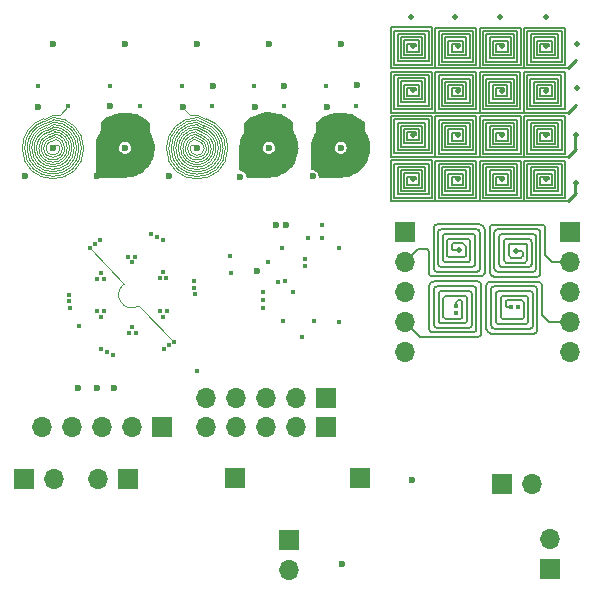
<source format=gbr>
%TF.GenerationSoftware,KiCad,Pcbnew,8.0.3*%
%TF.CreationDate,2024-07-16T20:49:30+03:00*%
%TF.ProjectId,PCBcoil,50434263-6f69-46c2-9e6b-696361645f70,rev?*%
%TF.SameCoordinates,Original*%
%TF.FileFunction,Copper,L7,Inr*%
%TF.FilePolarity,Positive*%
%FSLAX46Y46*%
G04 Gerber Fmt 4.6, Leading zero omitted, Abs format (unit mm)*
G04 Created by KiCad (PCBNEW 8.0.3) date 2024-07-16 20:49:30*
%MOMM*%
%LPD*%
G01*
G04 APERTURE LIST*
%TA.AperFunction,Conductor*%
%ADD10C,0.100000*%
%TD*%
%TA.AperFunction,ComponentPad*%
%ADD11R,1.700000X1.700000*%
%TD*%
%TA.AperFunction,ComponentPad*%
%ADD12O,1.700000X1.700000*%
%TD*%
%TA.AperFunction,ViaPad*%
%ADD13C,0.600000*%
%TD*%
%TA.AperFunction,ViaPad*%
%ADD14C,0.400000*%
%TD*%
%TA.AperFunction,ViaPad*%
%ADD15C,0.500000*%
%TD*%
%TA.AperFunction,Conductor*%
%ADD16C,0.130000*%
%TD*%
%TA.AperFunction,Conductor*%
%ADD17C,0.250000*%
%TD*%
%TA.AperFunction,Conductor*%
%ADD18C,0.200000*%
%TD*%
G04 APERTURE END LIST*
D10*
%TO.N,unconnected-(U2-SENSEU-Pad4)*%
X108308463Y-91149122D02*
G75*
G02*
X109335966Y-89961444I1200137J22D01*
G01*
X94908699Y-91131875D02*
G75*
G02*
X96584596Y-88843713I2399901J75D01*
G01*
X110708719Y-91174122D02*
G75*
G02*
X108308418Y-91149122I-1200019J25122D01*
G01*
%TO.N,Net-(D1B-K)*%
X103340454Y-102642698D02*
X100413404Y-99573388D01*
%TO.N,unconnected-(U2-SENSEU-Pad4)*%
X95908699Y-91131875D02*
G75*
G02*
X96886313Y-89797137I1400001J-25D01*
G01*
X110508719Y-91149122D02*
G75*
G02*
X108508719Y-91149122I-1000000J0D01*
G01*
X97308699Y-89131875D02*
G75*
G02*
X99308725Y-91131875I-99J-2000125D01*
G01*
X97512653Y-90152894D02*
G75*
G02*
X98308645Y-91131875I-204053J-979006D01*
G01*
X107708719Y-91149122D02*
G75*
G02*
X109508718Y-89349119I1800081J-78D01*
G01*
X109991453Y-89623684D02*
G75*
G02*
X111108727Y-91149122I-482553J-1525316D01*
G01*
X97308700Y-89331875D02*
G75*
G02*
X99108725Y-91131875I-100J-1800125D01*
G01*
X109689744Y-90577084D02*
G75*
G02*
X110108778Y-91149122I-181044J-572116D01*
G01*
X96825965Y-89606437D02*
X97308700Y-89331875D01*
X109508718Y-89349122D02*
X109991453Y-89623684D01*
X107308719Y-91149122D02*
G75*
G02*
X109508719Y-88949119I2199981J22D01*
G01*
X110051795Y-89433002D02*
X109508719Y-89149122D01*
X96108699Y-91156875D02*
G75*
G02*
X96946576Y-89987569I1200001J24975D01*
G01*
X97375308Y-89533266D02*
G75*
G02*
X98908725Y-91131875I-66708J-1598734D01*
G01*
X109810428Y-90195722D02*
G75*
G02*
X110508780Y-91149122I-301728J-953478D01*
G01*
X97308699Y-89131875D02*
X96765623Y-89415755D01*
X96708699Y-91131875D02*
G75*
G02*
X97127680Y-90559857I600001J-25D01*
G01*
X99908699Y-91131875D02*
G75*
G02*
X94708699Y-91131875I-2600000J0D01*
G01*
X107908723Y-91149122D02*
G75*
G02*
X109442110Y-89550509I1599977J22D01*
G01*
X110232821Y-88860962D02*
X109508719Y-88549122D01*
X97512653Y-90152894D02*
X97067332Y-90369155D01*
X109870848Y-90004796D02*
X109380036Y-89755052D01*
X98708695Y-91131875D02*
G75*
G02*
X95908699Y-91131875I-1399998J-1D01*
G01*
X110051795Y-89433002D02*
G75*
G02*
X111308729Y-91149122I-542895J-1715998D01*
G01*
X109750086Y-90386402D02*
X109304765Y-90170141D01*
X96308699Y-91131875D02*
G75*
G02*
X97006997Y-90178497I1000001J-25D01*
G01*
X95508699Y-91131875D02*
G75*
G02*
X96765622Y-89415753I1799901J75D01*
G01*
X98108699Y-91131875D02*
G75*
G02*
X96508699Y-91131875I-800000J0D01*
G01*
X97375308Y-89533266D02*
X96886307Y-89797117D01*
X108108723Y-91149122D02*
G75*
G02*
X109380036Y-89755048I1399977J22D01*
G01*
X110172479Y-89051642D02*
G75*
G02*
X111708780Y-91149122I-663779J-2097558D01*
G01*
X109689744Y-90577084D02*
X109273450Y-90384499D01*
X98908695Y-91131875D02*
G75*
G02*
X95708699Y-91131875I-1599998J-1D01*
G01*
X97543968Y-90367252D02*
G75*
G02*
X98108748Y-91131875I-235368J-764748D01*
G01*
X111708719Y-91149122D02*
G75*
G02*
X107308719Y-91149122I-2200000J0D01*
G01*
X99308699Y-91131875D02*
G75*
G02*
X95308699Y-91131875I-2000000J0D01*
G01*
X95708699Y-91131875D02*
G75*
G02*
X96825971Y-89606457I1600001J-25D01*
G01*
X110308719Y-91149122D02*
G75*
G02*
X108708719Y-91149122I-800000J0D01*
G01*
X97308699Y-88531875D02*
X96584597Y-88843715D01*
X106908719Y-91149122D02*
G75*
G02*
X109508719Y-88549119I2599981J22D01*
G01*
X97908699Y-91131875D02*
G75*
G02*
X96708699Y-91131875I-600000J0D01*
G01*
X97437382Y-89737805D02*
G75*
G02*
X98708730Y-91131875I-128782J-1394195D01*
G01*
X97308699Y-88931875D02*
X96705281Y-89225075D01*
X97308699Y-88331875D02*
X96524255Y-88653035D01*
X109931111Y-89814364D02*
X109442110Y-89550513D01*
%TO.N,Net-(D1B-K)*%
X107593404Y-107533388D02*
X104564139Y-104517733D01*
%TO.N,unconnected-(U2-SENSEU-Pad4)*%
X97481464Y-89944118D02*
G75*
G02*
X98508994Y-91131875I-172864J-1187882D01*
G01*
X109750086Y-90386402D02*
G75*
G02*
X110308729Y-91149122I-241186J-762598D01*
G01*
X97308699Y-88931875D02*
G75*
G02*
X99508725Y-91131875I-99J-2200125D01*
G01*
X110108719Y-91149122D02*
G75*
G02*
X108908719Y-91149122I-600000J0D01*
G01*
X111108719Y-91149122D02*
G75*
G02*
X107908723Y-91149122I-1599998J-1D01*
G01*
X112108719Y-91149122D02*
G75*
G02*
X106908719Y-91149122I-2600000J0D01*
G01*
X111508719Y-91149122D02*
G75*
G02*
X107508719Y-91149122I-2000000J0D01*
G01*
X108708719Y-91149122D02*
G75*
G02*
X109273455Y-90384516I800081J-78D01*
G01*
X97437382Y-89737805D02*
X96946570Y-89987549D01*
X108508719Y-91149122D02*
G75*
G02*
X109304780Y-90170213I999881J22D01*
G01*
X98508955Y-91131875D02*
G75*
G02*
X96108705Y-91156875I-1200255J-25D01*
G01*
X95308699Y-91131875D02*
G75*
G02*
X96705288Y-89225097I2000001J-25D01*
G01*
X98308699Y-91131875D02*
G75*
G02*
X96308699Y-91131875I-1000000J0D01*
G01*
X111908719Y-91149122D02*
G75*
G02*
X107108719Y-91149122I-2400000J0D01*
G01*
X110112137Y-89242322D02*
G75*
G02*
X111508780Y-91149122I-603437J-1906878D01*
G01*
X95108699Y-91131875D02*
G75*
G02*
X96644946Y-89034417I2200001J-25D01*
G01*
%TO.N,Net-(D1B-K)*%
X104564139Y-104517733D02*
G75*
G02*
X103340429Y-102642664I-570639J964433D01*
G01*
%TO.N,unconnected-(U2-SENSEU-Pad4)*%
X110293163Y-88670282D02*
G75*
G02*
X112108729Y-91149122I-784263J-2478718D01*
G01*
X110232821Y-88860962D02*
G75*
G02*
X111908729Y-91149122I-723921J-2288038D01*
G01*
X97308699Y-88531875D02*
G75*
G02*
X99908725Y-91131875I-99J-2600125D01*
G01*
X99108699Y-91131875D02*
G75*
G02*
X95508699Y-91131875I-1800000J0D01*
G01*
X99708699Y-91131875D02*
G75*
G02*
X94908699Y-91131875I-2400000J0D01*
G01*
X111308719Y-91149122D02*
G75*
G02*
X107708719Y-91149122I-1800000J0D01*
G01*
X107108719Y-91149122D02*
G75*
G02*
X109508719Y-88749119I2400081J-78D01*
G01*
X97481464Y-89944118D02*
X97006990Y-90178475D01*
X110293163Y-88670282D02*
X109508719Y-88349122D01*
X109810428Y-90195722D02*
X109335954Y-89961365D01*
X97308699Y-88731875D02*
X96644939Y-89034395D01*
X94708699Y-91131875D02*
G75*
G02*
X96524254Y-88653033I2599901J75D01*
G01*
X97308699Y-88731875D02*
G75*
G02*
X99708725Y-91131875I-99J-2400125D01*
G01*
X110172479Y-89051642D02*
X109508719Y-88749122D01*
X107508719Y-91149122D02*
G75*
G02*
X109508719Y-89149119I1999981J22D01*
G01*
X96508699Y-91131875D02*
G75*
G02*
X97067339Y-90369177I800001J-25D01*
G01*
X110908719Y-91149122D02*
G75*
G02*
X108108723Y-91149122I-1399998J-1D01*
G01*
X110112137Y-89242322D02*
X109508719Y-88949122D01*
X109931111Y-89814364D02*
G75*
G02*
X110908727Y-91149122I-422211J-1334636D01*
G01*
X99508699Y-91131875D02*
G75*
G02*
X95108699Y-91131875I-2200000J0D01*
G01*
X109870848Y-90004796D02*
G75*
G02*
X110708779Y-91174123I-362148J-1144404D01*
G01*
X97543968Y-90367252D02*
X97127674Y-90559837D01*
%TD*%
D11*
%TO.N,N/C*%
%TO.C,REF\u002A\u002A*%
X141075000Y-98247500D03*
D12*
X141075000Y-100787500D03*
%TO.N,Net-(D1C-K)*%
X141075000Y-103327500D03*
X141075000Y-105867500D03*
X141075000Y-108407500D03*
%TD*%
D11*
%TO.N,+5V*%
%TO.C,REF\u002A\u002A*%
X139405000Y-126750000D03*
D12*
%TO.N,GND2*%
X139405000Y-124210000D03*
%TD*%
D11*
%TO.N,EN*%
%TO.C,REF\u002A\u002A*%
X120382500Y-114787500D03*
D12*
%TO.N,FAULT*%
X117842500Y-114787500D03*
%TO.N,STBY*%
X115302500Y-114787500D03*
%TO.N,~{SHDN}*%
X112762500Y-114787500D03*
%TO.N,EN_U*%
X110222500Y-114787500D03*
%TD*%
D11*
%TO.N,Net-(D10-K)*%
%TO.C,REF\u002A\u002A*%
X117305000Y-124305000D03*
D12*
%TO.N,Net-(D7-A)*%
X117305000Y-126845000D03*
%TD*%
D11*
%TO.N,N/C*%
%TO.C,REF\u002A\u002A*%
X127075000Y-98247500D03*
D12*
X127075000Y-100787500D03*
%TO.N,Net-(D1C-K)*%
X127075000Y-103327500D03*
X127075000Y-105867500D03*
X127075000Y-108407500D03*
%TD*%
D11*
%TO.N,Net-(Q3-C)*%
%TO.C,REF\u002A\u002A*%
X94870000Y-119145000D03*
D12*
%TO.N,+9V*%
X97410000Y-119145000D03*
%TD*%
D11*
%TO.N,Net-(C14-Pad1)*%
%TO.C,REF\u002A\u002A*%
X112735000Y-119105000D03*
%TD*%
%TO.N,Net-(C16-Pad1)*%
%TO.C,REF\u002A\u002A*%
X103640000Y-119145000D03*
D12*
%TO.N,+9V*%
X101100000Y-119145000D03*
%TD*%
D11*
%TO.N,3.3V*%
%TO.C,REF\u002A\u002A*%
X135325000Y-119578750D03*
D12*
%TO.N,Net-(Q1-C)*%
X137865000Y-119578750D03*
%TD*%
D11*
%TO.N,IN_W*%
%TO.C,REF\u002A\u002A*%
X120382500Y-112257500D03*
D12*
%TO.N,EN_W*%
X117842500Y-112257500D03*
%TO.N,IN_V*%
X115302500Y-112257500D03*
%TO.N,EN_V*%
X112762500Y-112257500D03*
%TO.N,IN_U*%
X110222500Y-112257500D03*
%TD*%
D11*
%TO.N,Net-(D3-A)*%
%TO.C,REF\u002A\u002A*%
X123315000Y-119095000D03*
%TD*%
%TO.N,GND*%
%TO.C,REF\u002A\u002A*%
X106522500Y-114777500D03*
D12*
%TO.N,Net-(J1-Pin_1)*%
X103982500Y-114777500D03*
%TO.N,Net-(J1-Pin_2)*%
X101442500Y-114777500D03*
%TO.N,Net-(J1-Pin_3)*%
X98902500Y-114777500D03*
%TO.N,3.3V*%
X96362500Y-114777500D03*
%TD*%
D13*
%TO.N,GND4*%
X94960000Y-93515000D03*
X101010000Y-93465000D03*
D14*
%TO.N,*%
X103688404Y-100322069D03*
X106944733Y-104901444D03*
D15*
X127617276Y-80044006D03*
D14*
X104028404Y-106298388D03*
D15*
X135317276Y-86274006D03*
D14*
X106402701Y-104900271D03*
D15*
X127817276Y-86249006D03*
D14*
X102347562Y-108645750D03*
D15*
X127829776Y-82499006D03*
D14*
X101311917Y-98959856D03*
X103718404Y-106758388D03*
D15*
X131377276Y-80044006D03*
X131650000Y-99802500D03*
D14*
X100406636Y-99578401D03*
D15*
X141585000Y-90065000D03*
D14*
X101350722Y-105411354D03*
D15*
X141645000Y-86065000D03*
D14*
X107595155Y-107529603D03*
X101069382Y-104904060D03*
D15*
X131567276Y-86274006D03*
D14*
X106132373Y-98676072D03*
X100853567Y-99267023D03*
X109229661Y-102410718D03*
X98666423Y-103567288D03*
D15*
X131579776Y-93774006D03*
D14*
X103958404Y-100792069D03*
D15*
X141655000Y-82335000D03*
D14*
X101057058Y-102206561D03*
D15*
X135329776Y-90024006D03*
X139067276Y-86274006D03*
X131579776Y-82524006D03*
D14*
X109312696Y-103503987D03*
D15*
X135329776Y-82524006D03*
D14*
X106628397Y-101659920D03*
X101359246Y-108171026D03*
X101854435Y-108414385D03*
X98749458Y-104660557D03*
X106909737Y-102167215D03*
X101599090Y-102207734D03*
D15*
X139079776Y-93774006D03*
D14*
X98703262Y-104117814D03*
D15*
X127829776Y-93749006D03*
D14*
X106627562Y-98919431D03*
D15*
X139079776Y-90024006D03*
D14*
X104268404Y-100332069D03*
X107148224Y-107840981D03*
D15*
X127829776Y-89999006D03*
D14*
X131408118Y-105098669D03*
X109275857Y-102953461D03*
D15*
X135329776Y-93774006D03*
D14*
X104298404Y-106768388D03*
D15*
X141575000Y-94055000D03*
D14*
X101355718Y-101709266D03*
X136669975Y-104627846D03*
X106356365Y-102128747D03*
X106689874Y-108148148D03*
D15*
X131579776Y-90024006D03*
X139037276Y-80034006D03*
D14*
X106646073Y-105398738D03*
X101622754Y-104942527D03*
D15*
X136475000Y-99827500D03*
X135187276Y-80054006D03*
D14*
X105625641Y-98415580D03*
D15*
X139079776Y-82524006D03*
D14*
%TO.N,GND*%
X109542500Y-109977500D03*
X115472500Y-100797500D03*
X121500000Y-99597500D03*
D13*
X113183698Y-93581875D03*
D14*
X116675641Y-99595580D03*
X112412500Y-101677500D03*
D13*
X119283698Y-93531875D03*
D14*
%TO.N,V_Mot<5V*%
X112332500Y-100237500D03*
X117662500Y-103337500D03*
%TO.N,Net-(D1C-K)*%
X131400288Y-104527500D03*
X115082500Y-104647500D03*
X136098806Y-104635676D03*
%TO.N,Net-(D1B-K)*%
X99535641Y-106185580D03*
X115072500Y-103997500D03*
%TO.N,Net-(D1A-K)*%
X115092500Y-103347500D03*
D13*
%TO.N,IN_W*%
X116222500Y-97657500D03*
D14*
%TO.N,EN_V*%
X118648195Y-101154508D03*
D13*
%TO.N,unconnected-(U2-SENSEU-Pad4)*%
X114435000Y-87655000D03*
D14*
X108230000Y-85847327D03*
D13*
X103415189Y-82332155D03*
X115583678Y-82331892D03*
X96045000Y-87655000D03*
D14*
X122948511Y-87606594D03*
D13*
X110855000Y-85925000D03*
X115588322Y-91121766D03*
X121669811Y-91122047D03*
X109494811Y-91122047D03*
X97326300Y-91122328D03*
D14*
X110773511Y-87606594D03*
D13*
X109508700Y-82331874D03*
D14*
X104698511Y-87606594D03*
X114305000Y-85847327D03*
D13*
X121677211Y-82331593D03*
X123055000Y-85825000D03*
D14*
X96055000Y-85847327D03*
X102136489Y-85847608D03*
D13*
X102135000Y-87615000D03*
X97333700Y-82331874D03*
X103419811Y-91122047D03*
X108295000Y-87625000D03*
X116845000Y-85845000D03*
D14*
X120398511Y-85847046D03*
X98605000Y-87606875D03*
X116867022Y-87606313D03*
D13*
X120485000Y-87625000D03*
D14*
%TO.N,EN_U*%
X116362500Y-102437500D03*
%TO.N,STBY*%
X118892500Y-98767500D03*
D13*
%TO.N,EN_W*%
X117032500Y-97667500D03*
D14*
%TO.N,IN_U*%
X116982500Y-102377500D03*
%TO.N,IN_V*%
X118672502Y-100554998D03*
%TO.N,EN*%
X120082500Y-97667500D03*
%TO.N,~{SHDN}*%
X118352500Y-107097500D03*
%TO.N,+5V*%
X121532500Y-105837500D03*
X116752500Y-105787500D03*
D13*
X114560454Y-101572698D03*
D14*
X120082500Y-98757500D03*
X119400000Y-105787500D03*
D13*
%TO.N,Net-(Q1-C)*%
X127732500Y-119278750D03*
%TO.N,Net-(D7-A)*%
X121777500Y-126387500D03*
%TO.N,Net-(J1-Pin_3)*%
X99450454Y-111452698D03*
%TO.N,Net-(J1-Pin_2)*%
X101020454Y-111452698D03*
%TO.N,Net-(J1-Pin_1)*%
X102510454Y-111482698D03*
%TO.N,GND4*%
X107108698Y-93481875D03*
%TD*%
D16*
%TO.N,*%
X132042276Y-93299006D02*
X132042276Y-94249006D01*
X129692276Y-92199006D02*
X133142276Y-92199006D01*
X137192276Y-84399006D02*
X133442276Y-84399006D01*
X129117276Y-91299006D02*
X126492276Y-91299006D01*
X128842276Y-83524006D02*
X126767276Y-83524006D01*
D17*
X140942276Y-91899006D02*
X141624776Y-91216506D01*
D16*
X126767276Y-89249006D02*
X128567276Y-89249006D01*
X133442276Y-84399006D02*
X133442276Y-80949006D01*
X126767276Y-81749006D02*
X128567276Y-81749006D01*
X137742276Y-95074006D02*
X137742276Y-92749006D01*
X139817276Y-90774006D02*
X138292276Y-90774006D01*
X134542276Y-82049006D02*
X135792276Y-82049006D01*
D18*
X134675000Y-101327500D02*
X134675000Y-98277500D01*
D16*
X136067276Y-94524006D02*
X134542276Y-94524006D01*
X132854776Y-87574006D02*
X130229776Y-87574006D01*
X128567276Y-94499006D02*
X127042276Y-94499006D01*
X129967276Y-91599006D02*
X129967276Y-88724006D01*
X138017276Y-83549006D02*
X138017276Y-81774006D01*
X128842276Y-92724006D02*
X128842276Y-94774006D01*
X137742276Y-88999006D02*
X140092276Y-88999006D01*
X132592276Y-92749006D02*
X132592276Y-94799006D01*
X133142276Y-91599006D02*
X129967276Y-91599006D01*
X132042276Y-82999006D02*
X131067276Y-82999006D01*
X131767276Y-93774006D02*
X131567276Y-93774006D01*
X133129776Y-87849006D02*
X129954776Y-87849006D01*
X128567276Y-92999006D02*
X128567276Y-94499006D01*
X136617276Y-95074006D02*
X133992276Y-95074006D01*
X138004776Y-87299006D02*
X138004776Y-85524006D01*
X134804776Y-86074006D02*
X135504776Y-86074006D01*
X127042276Y-94499006D02*
X127042276Y-93274006D01*
X133992276Y-91324006D02*
X133992276Y-88999006D01*
X140092276Y-94799006D02*
X138017276Y-94799006D01*
X130242276Y-95074006D02*
X130242276Y-92749006D01*
X139817276Y-89274006D02*
X139817276Y-90774006D01*
X132304776Y-87024006D02*
X130779776Y-87024006D01*
X129692276Y-91899006D02*
X129692276Y-88449006D01*
X136604776Y-87574006D02*
X133979776Y-87574006D01*
X127317276Y-82299006D02*
X128017276Y-82299006D01*
X128292276Y-82974006D02*
X127317276Y-82974006D01*
X131054776Y-86074006D02*
X131754776Y-86074006D01*
X135517276Y-90024006D02*
X135317276Y-90024006D01*
D17*
X140929776Y-88149006D02*
X141624776Y-87454006D01*
D16*
X138567276Y-89824006D02*
X139267276Y-89824006D01*
X129117276Y-88699006D02*
X129117276Y-91299006D01*
X128017276Y-82499006D02*
X127817276Y-82499006D01*
X140367276Y-83824006D02*
X137742276Y-83824006D01*
X131754776Y-86274006D02*
X131554776Y-86274006D01*
D18*
X129800000Y-97602500D02*
X133450000Y-97602500D01*
D16*
X136892276Y-92199006D02*
X136892276Y-95349006D01*
X140642276Y-88449006D02*
X140642276Y-91599006D01*
X126767276Y-91024006D02*
X126767276Y-89249006D01*
X132317276Y-89274006D02*
X132317276Y-90774006D01*
X136054776Y-87024006D02*
X134529776Y-87024006D01*
X140642276Y-95349006D02*
X137467276Y-95349006D01*
X125929776Y-84674006D02*
X129379776Y-84674006D01*
X133142276Y-84099006D02*
X129967276Y-84099006D01*
X139267276Y-82324006D02*
X139267276Y-82524006D01*
X136067276Y-90774006D02*
X134542276Y-90774006D01*
X131067276Y-89824006D02*
X131767276Y-89824006D01*
X139542276Y-94249006D02*
X138567276Y-94249006D01*
X135792276Y-93299006D02*
X135792276Y-94249006D01*
X140642276Y-84099006D02*
X137467276Y-84099006D01*
X129692276Y-91899006D02*
X125942276Y-91899006D01*
X133442276Y-95649006D02*
X133442276Y-92199006D01*
X130242276Y-91324006D02*
X130242276Y-88999006D01*
X129679776Y-84699006D02*
X133129776Y-84699006D01*
X129692276Y-80949006D02*
X133142276Y-80949006D01*
X135792276Y-90499006D02*
X134817276Y-90499006D01*
X129392276Y-95324006D02*
X126217276Y-95324006D01*
X133717276Y-88724006D02*
X136617276Y-88724006D01*
X140929776Y-88149006D02*
X137179776Y-88149006D01*
X138017276Y-81774006D02*
X139817276Y-81774006D01*
D18*
X133550000Y-102002500D02*
X129400000Y-102002500D01*
D16*
X135517276Y-93574006D02*
X135517276Y-93774006D01*
X140367276Y-91324006D02*
X137742276Y-91324006D01*
X131067276Y-94249006D02*
X131067276Y-93574006D01*
X132029776Y-85799006D02*
X132029776Y-86749006D01*
X135517276Y-89824006D02*
X135517276Y-90024006D01*
X129692276Y-95649006D02*
X125942276Y-95649006D01*
D18*
X128875000Y-99652500D02*
X128450000Y-99652500D01*
D16*
X128017276Y-93749006D02*
X127817276Y-93749006D01*
X130792276Y-93299006D02*
X132042276Y-93299006D01*
X132042276Y-90499006D02*
X131067276Y-90499006D01*
X138017276Y-94799006D02*
X138017276Y-93024006D01*
X127042276Y-82024006D02*
X128292276Y-82024006D01*
X130504776Y-87299006D02*
X130504776Y-85524006D01*
X136892276Y-91599006D02*
X133717276Y-91599006D01*
X132867276Y-88724006D02*
X132867276Y-91324006D01*
X126217276Y-81199006D02*
X129117276Y-81199006D01*
X134529776Y-87024006D02*
X134529776Y-85799006D01*
X129692276Y-84399006D02*
X129692276Y-80949006D01*
X131054776Y-86749006D02*
X131054776Y-86074006D01*
X130792276Y-94524006D02*
X130792276Y-93299006D01*
X133992276Y-88999006D02*
X136342276Y-88999006D01*
X139254776Y-86074006D02*
X139254776Y-86274006D01*
X126204776Y-87824006D02*
X126204776Y-84949006D01*
X139817276Y-81774006D02*
X139817276Y-83274006D01*
X130229776Y-87574006D02*
X130229776Y-85249006D01*
X136879776Y-87849006D02*
X133704776Y-87849006D01*
X136617276Y-81224006D02*
X136617276Y-83824006D01*
X137467276Y-84099006D02*
X137467276Y-81224006D01*
X129679776Y-88149006D02*
X125929776Y-88149006D01*
D18*
X131200000Y-99202500D02*
X132050000Y-99202500D01*
X129550000Y-101352500D02*
X129550000Y-97852500D01*
X131050000Y-99652500D02*
X131050000Y-99352500D01*
D16*
X134267276Y-94799006D02*
X134267276Y-93024006D01*
X129954776Y-84974006D02*
X132854776Y-84974006D01*
X129967276Y-81224006D02*
X132867276Y-81224006D01*
X131067276Y-93574006D02*
X131767276Y-93574006D01*
D17*
X141547276Y-95131506D02*
X141547276Y-94019006D01*
D16*
X126217276Y-88699006D02*
X129117276Y-88699006D01*
X130792276Y-90774006D02*
X130792276Y-89549006D01*
X132579776Y-87299006D02*
X130504776Y-87299006D01*
D18*
X132800000Y-101202500D02*
X130150000Y-101202500D01*
D16*
X134267276Y-93024006D02*
X136067276Y-93024006D01*
X126492276Y-83799006D02*
X126492276Y-81474006D01*
X126492276Y-95049006D02*
X126492276Y-92724006D01*
X127304776Y-86049006D02*
X128004776Y-86049006D01*
X129692276Y-95649006D02*
X129692276Y-92199006D01*
X129117276Y-92449006D02*
X129117276Y-95049006D01*
X131767276Y-90024006D02*
X131567276Y-90024006D01*
X129117276Y-95049006D02*
X126492276Y-95049006D01*
X127029776Y-85774006D02*
X128279776Y-85774006D01*
X135792276Y-82049006D02*
X135792276Y-82999006D01*
X140367276Y-95074006D02*
X137742276Y-95074006D01*
X126479776Y-87549006D02*
X126479776Y-85224006D01*
X134542276Y-93299006D02*
X135792276Y-93299006D01*
X133717276Y-84099006D02*
X133717276Y-81224006D01*
X140367276Y-92474006D02*
X140367276Y-95074006D01*
X127042276Y-83249006D02*
X127042276Y-82024006D01*
X132304776Y-85524006D02*
X132304776Y-87024006D01*
X139804776Y-87024006D02*
X138279776Y-87024006D01*
D18*
X138575000Y-98277500D02*
X138575000Y-101777500D01*
X132500000Y-100802500D02*
X130550000Y-100802500D01*
D16*
X127304776Y-86724006D02*
X127304776Y-86049006D01*
X130504776Y-85524006D02*
X132304776Y-85524006D01*
X138292276Y-89549006D02*
X139542276Y-89549006D01*
X134817276Y-82324006D02*
X135517276Y-82324006D01*
D18*
X129125000Y-101727500D02*
X129125000Y-99902500D01*
D16*
X139267276Y-93774006D02*
X139067276Y-93774006D01*
X126767276Y-83524006D02*
X126767276Y-81749006D01*
D18*
X128210000Y-99652500D02*
X127075000Y-100787500D01*
D16*
X139529776Y-85799006D02*
X139529776Y-86749006D01*
X137179776Y-88149006D02*
X137179776Y-84699006D01*
X136617276Y-88724006D02*
X136617276Y-91324006D01*
D18*
X133200000Y-101602500D02*
X129800000Y-101602500D01*
X132100000Y-100402500D02*
X130800000Y-100402500D01*
D16*
X136879776Y-84699006D02*
X136879776Y-87849006D01*
X135517276Y-82524006D02*
X135317276Y-82524006D01*
X137742276Y-92749006D02*
X140092276Y-92749006D01*
X129679776Y-88149006D02*
X129679776Y-84699006D01*
X134817276Y-94249006D02*
X134817276Y-93574006D01*
X132042276Y-89549006D02*
X132042276Y-90499006D01*
X131767276Y-82324006D02*
X131767276Y-82524006D01*
X136329776Y-85249006D02*
X136329776Y-87299006D01*
X129967276Y-84099006D02*
X129967276Y-81224006D01*
X135504776Y-86074006D02*
X135504776Y-86274006D01*
D18*
X137825000Y-99077500D02*
X137825000Y-100977500D01*
D16*
X135517276Y-93774006D02*
X135317276Y-93774006D01*
D18*
X132250000Y-99402500D02*
X132250000Y-100252500D01*
D16*
X135792276Y-82999006D02*
X134817276Y-82999006D01*
X137467276Y-91599006D02*
X137467276Y-88724006D01*
X128554776Y-85499006D02*
X128554776Y-86999006D01*
D18*
X132650000Y-99002500D02*
X132650000Y-100652500D01*
D16*
X130779776Y-87024006D02*
X130779776Y-85799006D01*
X125942276Y-92174006D02*
X129392276Y-92174006D01*
X132579776Y-85249006D02*
X132579776Y-87299006D01*
X128292276Y-89524006D02*
X128292276Y-90474006D01*
X126492276Y-92724006D02*
X128842276Y-92724006D01*
X137454776Y-87849006D02*
X137454776Y-84974006D01*
D18*
X138225000Y-98677500D02*
X138225000Y-101327500D01*
D16*
X127317276Y-89799006D02*
X128017276Y-89799006D01*
X134817276Y-89824006D02*
X135517276Y-89824006D01*
X133429776Y-88149006D02*
X133429776Y-84699006D01*
X137454776Y-84974006D02*
X140354776Y-84974006D01*
X140629776Y-87849006D02*
X137454776Y-87849006D01*
X132867276Y-81224006D02*
X132867276Y-83824006D01*
X133442276Y-91899006D02*
X133442276Y-88449006D01*
X135504776Y-86274006D02*
X135304776Y-86274006D01*
X126767276Y-92999006D02*
X128567276Y-92999006D01*
X132042276Y-82049006D02*
X132042276Y-82999006D01*
X138292276Y-83274006D02*
X138292276Y-82049006D01*
X129117276Y-83799006D02*
X126492276Y-83799006D01*
D18*
X134275000Y-101627500D02*
X134275000Y-97927500D01*
D17*
X140942276Y-95649006D02*
X141624776Y-94966506D01*
D16*
X127042276Y-89524006D02*
X128292276Y-89524006D01*
X134542276Y-83274006D02*
X134542276Y-82049006D01*
X130242276Y-81499006D02*
X132592276Y-81499006D01*
X138017276Y-93024006D02*
X139817276Y-93024006D01*
X134817276Y-93574006D02*
X135517276Y-93574006D01*
X130517276Y-94799006D02*
X130517276Y-93024006D01*
X128279776Y-86724006D02*
X127304776Y-86724006D01*
X137179776Y-88149006D02*
X133429776Y-88149006D01*
X128292276Y-94224006D02*
X127317276Y-94224006D01*
X129967276Y-95349006D02*
X129967276Y-92474006D01*
X133442276Y-95649006D02*
X129692276Y-95649006D01*
X137192276Y-80949006D02*
X140642276Y-80949006D01*
X136054776Y-85524006D02*
X136054776Y-87024006D01*
X133429776Y-88149006D02*
X129679776Y-88149006D01*
X136067276Y-89274006D02*
X136067276Y-90774006D01*
X132867276Y-83824006D02*
X130242276Y-83824006D01*
X138017276Y-91049006D02*
X138017276Y-89274006D01*
X129392276Y-88424006D02*
X129392276Y-91574006D01*
X134542276Y-94524006D02*
X134542276Y-93299006D01*
X137729776Y-85249006D02*
X140079776Y-85249006D01*
X139817276Y-93024006D02*
X139817276Y-94524006D01*
X137467276Y-95349006D02*
X137467276Y-92474006D01*
X126217276Y-92449006D02*
X129117276Y-92449006D01*
D18*
X136925000Y-100427500D02*
X136075000Y-100427500D01*
D16*
X134267276Y-91049006D02*
X134267276Y-89274006D01*
X133717276Y-91599006D02*
X133717276Y-88724006D01*
X133979776Y-87574006D02*
X133979776Y-85249006D01*
D18*
X133050000Y-98652500D02*
X133050000Y-100952500D01*
D16*
X137729776Y-87574006D02*
X137729776Y-85249006D01*
X134254776Y-85524006D02*
X136054776Y-85524006D01*
X129692276Y-84399006D02*
X125942276Y-84399006D01*
X138567276Y-82999006D02*
X138567276Y-82324006D01*
X128017276Y-82299006D02*
X128017276Y-82499006D01*
X130517276Y-89274006D02*
X132317276Y-89274006D01*
X133142276Y-95349006D02*
X129967276Y-95349006D01*
X136604776Y-84974006D02*
X136604776Y-87574006D01*
X128567276Y-90749006D02*
X127042276Y-90749006D01*
X139817276Y-83274006D02*
X138292276Y-83274006D01*
X128567276Y-89249006D02*
X128567276Y-90749006D01*
X139529776Y-86749006D02*
X138554776Y-86749006D01*
D18*
X133450000Y-98302500D02*
X133450000Y-101352500D01*
D16*
X131754776Y-86074006D02*
X131754776Y-86274006D01*
X133129776Y-84699006D02*
X133129776Y-87849006D01*
D18*
X135475000Y-100627500D02*
X135475000Y-98977500D01*
D16*
X129104776Y-87549006D02*
X126479776Y-87549006D01*
X136617276Y-83824006D02*
X133992276Y-83824006D01*
X138017276Y-89274006D02*
X139817276Y-89274006D01*
X129967276Y-92474006D02*
X132867276Y-92474006D01*
X134267276Y-81774006D02*
X136067276Y-81774006D01*
X136067276Y-83274006D02*
X134542276Y-83274006D01*
X138292276Y-90774006D02*
X138292276Y-89549006D01*
X136342276Y-83549006D02*
X134267276Y-83549006D01*
X133142276Y-92199006D02*
X133142276Y-95349006D01*
X137192276Y-95649006D02*
X137192276Y-92199006D01*
X133992276Y-83824006D02*
X133992276Y-81499006D01*
X125942276Y-80924006D02*
X129392276Y-80924006D01*
X126217276Y-84074006D02*
X126217276Y-81199006D01*
X133992276Y-81499006D02*
X136342276Y-81499006D01*
X136067276Y-93024006D02*
X136067276Y-94524006D01*
X132317276Y-83274006D02*
X130792276Y-83274006D01*
X130517276Y-81774006D02*
X132317276Y-81774006D01*
X130517276Y-93024006D02*
X132317276Y-93024006D01*
D17*
X140942276Y-84399006D02*
X141624776Y-83716506D01*
D16*
X137192276Y-95649006D02*
X133442276Y-95649006D01*
D18*
X137575000Y-101227500D02*
X135325000Y-101227500D01*
D16*
X130229776Y-85249006D02*
X132579776Y-85249006D01*
D18*
X136025000Y-99227500D02*
X137325000Y-99227500D01*
X130300000Y-100552500D02*
X130300000Y-98652500D01*
D16*
X135517276Y-82324006D02*
X135517276Y-82524006D01*
X136342276Y-88999006D02*
X136342276Y-91049006D01*
X128554776Y-86999006D02*
X127029776Y-86999006D01*
D18*
X137275000Y-100827500D02*
X135675000Y-100827500D01*
D16*
X130792276Y-89549006D02*
X132042276Y-89549006D01*
X129104776Y-84949006D02*
X129104776Y-87549006D01*
X133142276Y-88449006D02*
X133142276Y-91599006D01*
X132317276Y-81774006D02*
X132317276Y-83274006D01*
X133717276Y-92474006D02*
X136617276Y-92474006D01*
X133717276Y-95349006D02*
X133717276Y-92474006D01*
X132042276Y-94249006D02*
X131067276Y-94249006D01*
D18*
X137475000Y-99377500D02*
X137475000Y-100627500D01*
D16*
X140642276Y-91599006D02*
X137467276Y-91599006D01*
D18*
X134925000Y-98027500D02*
X138325000Y-98027500D01*
D16*
X126754776Y-85499006D02*
X128554776Y-85499006D01*
X128567276Y-81749006D02*
X128567276Y-83249006D01*
X136892276Y-80949006D02*
X136892276Y-84099006D01*
X136342276Y-94799006D02*
X134267276Y-94799006D01*
X126767276Y-94774006D02*
X126767276Y-92999006D01*
X134542276Y-90774006D02*
X134542276Y-89549006D01*
X138292276Y-93299006D02*
X139542276Y-93299006D01*
X128842276Y-88974006D02*
X128842276Y-91024006D01*
X137742276Y-81499006D02*
X140092276Y-81499006D01*
X133704776Y-84974006D02*
X136604776Y-84974006D01*
X133442276Y-80949006D02*
X136892276Y-80949006D01*
X134804776Y-86749006D02*
X134804776Y-86074006D01*
X132592276Y-88999006D02*
X132592276Y-91049006D01*
X138554776Y-86074006D02*
X139254776Y-86074006D01*
X129117276Y-81199006D02*
X129117276Y-83799006D01*
X130779776Y-85799006D02*
X132029776Y-85799006D01*
D18*
X137075000Y-99977500D02*
X137075000Y-100277500D01*
D16*
X128842276Y-91024006D02*
X126767276Y-91024006D01*
X131767276Y-89824006D02*
X131767276Y-90024006D01*
X133442276Y-91899006D02*
X129692276Y-91899006D01*
X139267276Y-93574006D02*
X139267276Y-93774006D01*
X136892276Y-88449006D02*
X136892276Y-91599006D01*
X134529776Y-85799006D02*
X135779776Y-85799006D01*
X130242276Y-83824006D02*
X130242276Y-81499006D01*
X137467276Y-92474006D02*
X140367276Y-92474006D01*
X136617276Y-92474006D02*
X136617276Y-95074006D01*
D18*
X134575000Y-97627500D02*
X138725000Y-97627500D01*
D17*
X141547276Y-91381506D02*
X141547276Y-90229006D01*
D16*
X126492276Y-88974006D02*
X128842276Y-88974006D01*
X139542276Y-90499006D02*
X138567276Y-90499006D01*
D18*
X139585000Y-100787500D02*
X141075000Y-100787500D01*
D16*
X138567276Y-94249006D02*
X138567276Y-93574006D01*
D18*
X135625000Y-98827500D02*
X137575000Y-98827500D01*
D16*
X134254776Y-87299006D02*
X134254776Y-85524006D01*
X129392276Y-92174006D02*
X129392276Y-95324006D01*
X133442276Y-92199006D02*
X136892276Y-92199006D01*
X134267276Y-83549006D02*
X134267276Y-81774006D01*
X126204776Y-84949006D02*
X129104776Y-84949006D01*
X136067276Y-81774006D02*
X136067276Y-83274006D01*
X132592276Y-91049006D02*
X130517276Y-91049006D01*
X128004776Y-86249006D02*
X127804776Y-86249006D01*
X133429776Y-84699006D02*
X136879776Y-84699006D01*
X140942276Y-91899006D02*
X137192276Y-91899006D01*
D18*
X138975000Y-100177500D02*
X139500000Y-100702500D01*
D16*
X137192276Y-91899006D02*
X133442276Y-91899006D01*
D18*
X138325000Y-102027500D02*
X134675000Y-102027500D01*
D16*
X134542276Y-89549006D02*
X135792276Y-89549006D01*
X132854776Y-84974006D02*
X132854776Y-87574006D01*
X131067276Y-82324006D02*
X131767276Y-82324006D01*
X133992276Y-92749006D02*
X136342276Y-92749006D01*
X139267276Y-82524006D02*
X139067276Y-82524006D01*
X128017276Y-93549006D02*
X128017276Y-93749006D01*
X139542276Y-93299006D02*
X139542276Y-94249006D01*
X131767276Y-82524006D02*
X131567276Y-82524006D01*
D18*
X128450000Y-99652500D02*
X128210000Y-99652500D01*
D16*
X133142276Y-80949006D02*
X133142276Y-84099006D01*
X135779776Y-85799006D02*
X135779776Y-86749006D01*
X140092276Y-88999006D02*
X140092276Y-91049006D01*
X140354776Y-87574006D02*
X137729776Y-87574006D01*
X129967276Y-88724006D02*
X132867276Y-88724006D01*
X140942276Y-95649006D02*
X137192276Y-95649006D01*
X125929776Y-88149006D02*
X125929776Y-84674006D01*
X125942276Y-84399006D02*
X125942276Y-80924006D01*
X132592276Y-81499006D02*
X132592276Y-83549006D01*
X130792276Y-83274006D02*
X130792276Y-82049006D01*
X128279776Y-85774006D02*
X128279776Y-86724006D01*
X140629776Y-84699006D02*
X140629776Y-87849006D01*
X135792276Y-94249006D02*
X134817276Y-94249006D01*
X127317276Y-94224006D02*
X127317276Y-93549006D01*
X140092276Y-91049006D02*
X138017276Y-91049006D01*
X129392276Y-91574006D02*
X126217276Y-91574006D01*
X140079776Y-87299006D02*
X138004776Y-87299006D01*
X140367276Y-88724006D02*
X140367276Y-91324006D01*
X129379776Y-87824006D02*
X126204776Y-87824006D01*
D18*
X136475000Y-99827500D02*
X136925000Y-99827500D01*
D16*
X132317276Y-94524006D02*
X130792276Y-94524006D01*
X136892276Y-95349006D02*
X133717276Y-95349006D01*
X125942276Y-91899006D02*
X125942276Y-88424006D01*
D18*
X130200000Y-98002500D02*
X133150000Y-98002500D01*
D16*
X139542276Y-89549006D02*
X139542276Y-90499006D01*
X126217276Y-95324006D02*
X126217276Y-92449006D01*
X132317276Y-90774006D02*
X130792276Y-90774006D01*
X126492276Y-81474006D02*
X128842276Y-81474006D01*
X138279776Y-85799006D02*
X139529776Y-85799006D01*
X128829776Y-87274006D02*
X126754776Y-87274006D01*
X137192276Y-84399006D02*
X137192276Y-80949006D01*
X138292276Y-94524006D02*
X138292276Y-93299006D01*
X136892276Y-84099006D02*
X133717276Y-84099006D01*
X139254776Y-86274006D02*
X139054776Y-86274006D01*
X130517276Y-91049006D02*
X130517276Y-89274006D01*
X128567276Y-83249006D02*
X127042276Y-83249006D01*
X140092276Y-92749006D02*
X140092276Y-94799006D01*
X138567276Y-82324006D02*
X139267276Y-82324006D01*
X133992276Y-95074006D02*
X133992276Y-92749006D01*
X125942276Y-88424006D02*
X129392276Y-88424006D01*
X130242276Y-88999006D02*
X132592276Y-88999006D01*
X128004776Y-86049006D02*
X128004776Y-86249006D01*
X131067276Y-82999006D02*
X131067276Y-82324006D01*
X128017276Y-89999006D02*
X127817276Y-89999006D01*
D18*
X135075000Y-100977500D02*
X135075000Y-98677500D01*
D16*
X131067276Y-90499006D02*
X131067276Y-89824006D01*
X133442276Y-88449006D02*
X136892276Y-88449006D01*
X139267276Y-90024006D02*
X139067276Y-90024006D01*
X138567276Y-93574006D02*
X139267276Y-93574006D01*
X128842276Y-94774006D02*
X126767276Y-94774006D01*
X128292276Y-93274006D02*
X128292276Y-94224006D01*
X139542276Y-82049006D02*
X139542276Y-82999006D01*
X136617276Y-91324006D02*
X133992276Y-91324006D01*
D18*
X130550000Y-98402500D02*
X132800000Y-98402500D01*
D16*
X128842276Y-81474006D02*
X128842276Y-83524006D01*
X129392276Y-84074006D02*
X126217276Y-84074006D01*
X137192276Y-88449006D02*
X140642276Y-88449006D01*
X132592276Y-94799006D02*
X130517276Y-94799006D01*
X134817276Y-90499006D02*
X134817276Y-89824006D01*
X130242276Y-92749006D02*
X132592276Y-92749006D01*
X138554776Y-86749006D02*
X138554776Y-86074006D01*
X137467276Y-88724006D02*
X140367276Y-88724006D01*
X140092276Y-83549006D02*
X138017276Y-83549006D01*
X125942276Y-95649006D02*
X125942276Y-92174006D01*
X139804776Y-85524006D02*
X139804776Y-87024006D01*
X137192276Y-91899006D02*
X137192276Y-88449006D01*
D18*
X138975000Y-100177500D02*
X139585000Y-100787500D01*
D16*
X140092276Y-81499006D02*
X140092276Y-83549006D01*
D18*
X138975000Y-97877500D02*
X138975000Y-100177500D01*
D16*
X133979776Y-85249006D02*
X136329776Y-85249006D01*
X127317276Y-93549006D02*
X128017276Y-93549006D01*
X129379776Y-84674006D02*
X129379776Y-87824006D01*
X127029776Y-86999006D02*
X127029776Y-85774006D01*
X132029776Y-86749006D02*
X131054776Y-86749006D01*
X136342276Y-92749006D02*
X136342276Y-94799006D01*
D18*
X133850000Y-98002500D02*
X133850000Y-101702500D01*
D16*
X134267276Y-89274006D02*
X136067276Y-89274006D01*
X128292276Y-90474006D02*
X127317276Y-90474006D01*
X138004776Y-85524006D02*
X139804776Y-85524006D01*
X127317276Y-82974006D02*
X127317276Y-82299006D01*
X137742276Y-83824006D02*
X137742276Y-81499006D01*
X133704776Y-87849006D02*
X133704776Y-84974006D01*
X127042276Y-93274006D02*
X128292276Y-93274006D01*
D18*
X137925000Y-101627500D02*
X134975000Y-101627500D01*
D16*
X129692276Y-88449006D02*
X133142276Y-88449006D01*
X136342276Y-81499006D02*
X136342276Y-83549006D01*
X126492276Y-91299006D02*
X126492276Y-88974006D01*
X132317276Y-93024006D02*
X132317276Y-94524006D01*
X140354776Y-84974006D02*
X140354776Y-87574006D01*
X128017276Y-89799006D02*
X128017276Y-89999006D01*
X140642276Y-80949006D02*
X140642276Y-84099006D01*
X137192276Y-92199006D02*
X140642276Y-92199006D01*
X131767276Y-93574006D02*
X131767276Y-93774006D01*
X135779776Y-86749006D02*
X134804776Y-86749006D01*
D18*
X131650000Y-99802500D02*
X131200000Y-99802500D01*
D16*
X140367276Y-81224006D02*
X140367276Y-83824006D01*
D18*
X135875000Y-100227500D02*
X135875000Y-99377500D01*
D16*
X132867276Y-91324006D02*
X130242276Y-91324006D01*
X138279776Y-87024006D02*
X138279776Y-85799006D01*
X137467276Y-81224006D02*
X140367276Y-81224006D01*
X132867276Y-92474006D02*
X132867276Y-95074006D01*
X136342276Y-91049006D02*
X134267276Y-91049006D01*
X128292276Y-82024006D02*
X128292276Y-82974006D01*
X126754776Y-87274006D02*
X126754776Y-85499006D01*
X133717276Y-81224006D02*
X136617276Y-81224006D01*
X136329776Y-87299006D02*
X134254776Y-87299006D01*
X135792276Y-89549006D02*
X135792276Y-90499006D01*
X126217276Y-91574006D02*
X126217276Y-88699006D01*
X139542276Y-82999006D02*
X138567276Y-82999006D01*
X127042276Y-90749006D02*
X127042276Y-89524006D01*
X132592276Y-83549006D02*
X130517276Y-83549006D01*
X138567276Y-90499006D02*
X138567276Y-89824006D01*
X138292276Y-82049006D02*
X139542276Y-82049006D01*
X129392276Y-80924006D02*
X129392276Y-84074006D01*
X127317276Y-90474006D02*
X127317276Y-89799006D01*
X133442276Y-84399006D02*
X129692276Y-84399006D01*
X140942276Y-84399006D02*
X137192276Y-84399006D01*
D18*
X130850000Y-98802500D02*
X132450000Y-98802500D01*
D16*
X137179776Y-84699006D02*
X140629776Y-84699006D01*
X132867276Y-95074006D02*
X130242276Y-95074006D01*
X137742276Y-91324006D02*
X137742276Y-88999006D01*
X130792276Y-82049006D02*
X132042276Y-82049006D01*
X129954776Y-87849006D02*
X129954776Y-84974006D01*
D18*
X129900000Y-100952500D02*
X129900000Y-98302500D01*
D16*
X139817276Y-94524006D02*
X138292276Y-94524006D01*
X140642276Y-92199006D02*
X140642276Y-95349006D01*
X134817276Y-82999006D02*
X134817276Y-82324006D01*
X130517276Y-83549006D02*
X130517276Y-81774006D01*
X126479776Y-85224006D02*
X128829776Y-85224006D01*
X128829776Y-85224006D02*
X128829776Y-87274006D01*
D18*
X130650000Y-100252500D02*
X130650000Y-99002500D01*
X135325000Y-98427500D02*
X137975000Y-98427500D01*
D16*
X139267276Y-89824006D02*
X139267276Y-90024006D01*
X140079776Y-85249006D02*
X140079776Y-87299006D01*
D18*
X137075000Y-100277500D02*
G75*
G02*
X136925000Y-100427500I-150000J0D01*
G01*
X129125000Y-99902500D02*
G75*
G03*
X128875000Y-99652500I-250000J0D01*
G01*
X134275000Y-97927500D02*
G75*
G02*
X134575000Y-97627500I300000J0D01*
G01*
X130650000Y-99002500D02*
G75*
G02*
X130850000Y-98802500I200000J0D01*
G01*
X130800000Y-100402500D02*
G75*
G02*
X130650000Y-100252500I0J150000D01*
G01*
X132650000Y-100652500D02*
G75*
G02*
X132500000Y-100802500I-150000J0D01*
G01*
X130550000Y-100802500D02*
G75*
G02*
X130300000Y-100552500I0J250000D01*
G01*
X138225000Y-101327500D02*
G75*
G02*
X137925000Y-101627500I-300000J0D01*
G01*
X133450000Y-101352500D02*
G75*
G02*
X133200000Y-101602500I-250000J0D01*
G01*
X135075000Y-98677500D02*
G75*
G02*
X135325000Y-98427500I250000J0D01*
G01*
X134975000Y-101627500D02*
G75*
G02*
X134675000Y-101327500I0J300000D01*
G01*
X129900000Y-98302500D02*
G75*
G02*
X130200000Y-98002500I300000J0D01*
G01*
X130300000Y-98652500D02*
G75*
G02*
X130550000Y-98402500I250000J0D01*
G01*
X132800000Y-98402500D02*
G75*
G02*
X133050000Y-98652500I0J-250000D01*
G01*
X138575000Y-101777500D02*
G75*
G02*
X138325000Y-102027500I-250000J0D01*
G01*
X134675000Y-98277500D02*
G75*
G02*
X134925000Y-98027500I250000J0D01*
G01*
X133150000Y-98002500D02*
G75*
G02*
X133450000Y-98302500I0J-300000D01*
G01*
X133050000Y-100952500D02*
G75*
G02*
X132800000Y-101202500I-250000J0D01*
G01*
X136925000Y-99827500D02*
G75*
G02*
X137075000Y-99977500I0J-150000D01*
G01*
X129800000Y-101602500D02*
G75*
G02*
X129550000Y-101352500I0J250000D01*
G01*
X132050000Y-99202500D02*
G75*
G02*
X132250000Y-99402500I0J-200000D01*
G01*
X134675000Y-102027500D02*
G75*
G02*
X134275000Y-101627500I0J400000D01*
G01*
X132450000Y-98802500D02*
G75*
G02*
X132650000Y-99002500I0J-200000D01*
G01*
X131200000Y-99802500D02*
G75*
G02*
X131050000Y-99652500I0J150000D01*
G01*
X135325000Y-101227500D02*
G75*
G02*
X135075000Y-100977500I0J250000D01*
G01*
X129400000Y-102002500D02*
G75*
G02*
X129125000Y-101727500I0J275000D01*
G01*
X137825000Y-100977500D02*
G75*
G02*
X137575000Y-101227500I-250000J0D01*
G01*
X131050000Y-99352500D02*
G75*
G02*
X131200000Y-99202500I150000J0D01*
G01*
X137475000Y-100627500D02*
G75*
G02*
X137275000Y-100827500I-200000J0D01*
G01*
X137575000Y-98827500D02*
G75*
G02*
X137825000Y-99077500I0J-250000D01*
G01*
X135475000Y-98977500D02*
G75*
G02*
X135625000Y-98827500I150000J0D01*
G01*
X132250000Y-100252500D02*
G75*
G02*
X132100000Y-100402500I-150000J0D01*
G01*
X137975000Y-98427500D02*
G75*
G02*
X138225000Y-98677500I0J-250000D01*
G01*
X135875000Y-99377500D02*
G75*
G02*
X136025000Y-99227500I150000J0D01*
G01*
X136075000Y-100427500D02*
G75*
G02*
X135875000Y-100227500I0J200000D01*
G01*
X137325000Y-99227500D02*
G75*
G02*
X137475000Y-99377500I0J-150000D01*
G01*
X133850000Y-101702500D02*
G75*
G02*
X133550000Y-102002500I-300000J0D01*
G01*
X133450000Y-97602500D02*
G75*
G02*
X133850000Y-98002500I0J-400000D01*
G01*
X130150000Y-101202500D02*
G75*
G02*
X129900000Y-100952500I0J250000D01*
G01*
X138325000Y-98027500D02*
G75*
G02*
X138575000Y-98277500I0J-250000D01*
G01*
X129550000Y-97852500D02*
G75*
G02*
X129800000Y-97602500I250000J0D01*
G01*
X138725000Y-97627500D02*
G75*
G02*
X138975000Y-97877500I0J-250000D01*
G01*
X135675000Y-100827500D02*
G75*
G02*
X135475000Y-100627500I0J200000D01*
G01*
%TO.N,Net-(D1C-K)*%
X135631091Y-104156537D02*
X135629334Y-104156537D01*
X130208764Y-103233594D02*
X132508764Y-103233594D01*
X129858764Y-102833594D02*
X132908764Y-102833594D01*
X129958764Y-105733594D02*
X129958764Y-103483594D01*
X137556091Y-103893724D02*
X137556091Y-105793724D01*
X132358764Y-103783594D02*
X132358764Y-105733594D01*
X131958764Y-104183594D02*
X131958764Y-105483594D01*
X134806091Y-105793724D02*
X134806091Y-103493724D01*
X132108764Y-105983594D02*
X130208764Y-105983594D01*
X134406091Y-106143724D02*
X134406091Y-103093724D01*
X131392170Y-104529763D02*
X131391882Y-104529068D01*
X138706091Y-105233591D02*
X139340000Y-105867500D01*
X133558764Y-102733594D02*
X133558764Y-106883594D01*
X137006091Y-105643724D02*
X135406091Y-105643724D01*
X128341094Y-107133594D02*
X127075000Y-105867500D01*
X129558764Y-106083594D02*
X129558764Y-103133594D01*
X130358764Y-105433594D02*
X130358764Y-103833594D01*
X137306091Y-106043724D02*
X135056091Y-106043724D01*
X138056091Y-106843724D02*
X134406091Y-106843724D01*
X132908764Y-106733594D02*
X129408764Y-106733594D01*
X135356091Y-103643724D02*
X137306091Y-103643724D01*
X132758764Y-103483594D02*
X132758764Y-106133594D01*
X134006091Y-106443724D02*
X134006091Y-102743724D01*
X131591882Y-104033594D02*
X131808764Y-104033594D01*
X135631091Y-104493724D02*
X135631091Y-104156537D01*
X130558764Y-103633594D02*
X132208764Y-103633594D01*
X136099302Y-104627488D02*
X136099997Y-104627200D01*
X139340000Y-105867500D02*
X141075000Y-105867500D01*
X137956091Y-103493724D02*
X137956091Y-106143724D01*
X138306091Y-103093724D02*
X138306091Y-106593724D01*
X133308764Y-107133594D02*
X128341094Y-107133594D01*
X129158764Y-106483594D02*
X129158764Y-102833594D01*
X131391882Y-104529068D02*
X131391882Y-104233594D01*
X137206091Y-104193724D02*
X137206091Y-105443724D01*
X129558764Y-102433594D02*
X133258764Y-102433594D01*
X137656091Y-106443724D02*
X134706091Y-106443724D01*
X135756091Y-104043724D02*
X137056091Y-104043724D01*
X133158764Y-103083594D02*
X133158764Y-106483594D01*
X136099997Y-104627200D02*
X135764567Y-104627200D01*
X134306091Y-102443724D02*
X138506091Y-102443724D01*
X132508764Y-106383594D02*
X129858764Y-106383594D01*
X138706091Y-102643724D02*
X138706091Y-105233591D01*
X135206091Y-105443724D02*
X135206091Y-103793724D01*
X135629334Y-104156537D02*
X135629334Y-104109028D01*
X131808764Y-105633594D02*
X130558764Y-105633594D01*
X134656091Y-102843724D02*
X138056091Y-102843724D01*
X135056091Y-103243724D02*
X137706091Y-103243724D01*
X129858764Y-106383594D02*
G75*
G02*
X129558806Y-106083594I36J299994D01*
G01*
X137056091Y-104043724D02*
G75*
G02*
X137206076Y-104193724I9J-149976D01*
G01*
X132208764Y-103633594D02*
G75*
G02*
X132358806Y-103783594I36J-150006D01*
G01*
X137556091Y-105793724D02*
G75*
G02*
X137306091Y-106043691I-249991J24D01*
G01*
X132358764Y-105733594D02*
G75*
G02*
X132108764Y-105983564I-249964J-6D01*
G01*
X134806091Y-103493724D02*
G75*
G02*
X135056091Y-103243691I250009J24D01*
G01*
X133158764Y-106483594D02*
G75*
G02*
X132908764Y-106733564I-249964J-6D01*
G01*
X133558764Y-106883594D02*
G75*
G02*
X133308764Y-107133564I-249964J-6D01*
G01*
X132758764Y-106133594D02*
G75*
G02*
X132508764Y-106383564I-249964J-6D01*
G01*
X138306091Y-106593724D02*
G75*
G02*
X138056091Y-106843691I-249991J24D01*
G01*
X130208764Y-105983594D02*
G75*
G02*
X129958806Y-105733594I36J249994D01*
G01*
X138506091Y-102443724D02*
G75*
G02*
X138706076Y-102643724I9J-199976D01*
G01*
X134006091Y-102743724D02*
G75*
G02*
X134306091Y-102443691I300009J24D01*
G01*
X135629334Y-104109028D02*
G75*
G02*
X135756091Y-104043705I129566J-95772D01*
G01*
X135056091Y-106043724D02*
G75*
G02*
X134806076Y-105793724I9J250024D01*
G01*
X132508764Y-103233594D02*
G75*
G02*
X132758806Y-103483594I36J-250006D01*
G01*
X129158764Y-102833594D02*
G75*
G02*
X129558764Y-102433564I400036J-6D01*
G01*
X135406091Y-105643724D02*
G75*
G02*
X135206076Y-105443724I9J200024D01*
G01*
X134706091Y-106443724D02*
G75*
G02*
X134406076Y-106143724I9J300024D01*
G01*
X134406091Y-106843724D02*
G75*
G02*
X134006076Y-106443724I9J400024D01*
G01*
X137306091Y-103643724D02*
G75*
G02*
X137556076Y-103893724I9J-249976D01*
G01*
X131808764Y-104033594D02*
G75*
G02*
X131958806Y-104183594I36J-150006D01*
G01*
X133258764Y-102433594D02*
G75*
G02*
X133558806Y-102733594I36J-300006D01*
G01*
X137206091Y-105443724D02*
G75*
G02*
X137006091Y-105643691I-199991J24D01*
G01*
X131391882Y-104233594D02*
G75*
G02*
X131591882Y-104033582I200018J-6D01*
G01*
X137706091Y-103243724D02*
G75*
G02*
X137956076Y-103493724I9J-249976D01*
G01*
X130558764Y-105633594D02*
G75*
G02*
X130358806Y-105433594I36J199994D01*
G01*
X138056091Y-102843724D02*
G75*
G02*
X138306076Y-103093724I9J-249976D01*
G01*
X135206091Y-103793724D02*
G75*
G02*
X135356091Y-103643691I150009J24D01*
G01*
X135764567Y-104627200D02*
G75*
G02*
X135631100Y-104493724I33J133500D01*
G01*
X129408764Y-106733594D02*
G75*
G02*
X129158806Y-106483594I36J249994D01*
G01*
X137956091Y-106143724D02*
G75*
G02*
X137656091Y-106443691I-299991J24D01*
G01*
X129958764Y-103483594D02*
G75*
G02*
X130208764Y-103233564I250036J-6D01*
G01*
X132908764Y-102833594D02*
G75*
G02*
X133158806Y-103083594I36J-250006D01*
G01*
X129558764Y-103133594D02*
G75*
G02*
X129858764Y-102833564I300036J-6D01*
G01*
X130358764Y-103833594D02*
G75*
G02*
X130558764Y-103633564I200036J-6D01*
G01*
X134406091Y-103093724D02*
G75*
G02*
X134656091Y-102843691I250009J24D01*
G01*
X131958764Y-105483594D02*
G75*
G02*
X131808764Y-105633564I-149964J-6D01*
G01*
D10*
%TO.N,unconnected-(U2-SENSEU-Pad4)*%
X109508719Y-88349122D02*
X108945981Y-88349122D01*
X108945981Y-88349122D02*
X108232821Y-87635962D01*
X97308699Y-88331875D02*
X97871945Y-88331875D01*
X97871945Y-88331875D02*
X98587397Y-87616423D01*
X109158719Y-90899122D02*
X109258720Y-90899122D01*
X97658699Y-90881875D02*
X97558698Y-90881875D01*
X109258720Y-90899122D02*
G75*
G02*
X109508678Y-91149123I-20J-249978D01*
G01*
X97908699Y-91131875D02*
G75*
G03*
X97658699Y-90881901I-249999J-25D01*
G01*
X97558698Y-90881875D02*
G75*
G03*
X97308675Y-91131876I2J-250025D01*
G01*
X108908719Y-91149122D02*
G75*
G02*
X109158719Y-90899119I249981J22D01*
G01*
%TD*%
%TA.AperFunction,Conductor*%
%TO.N,GND4*%
G36*
X103440519Y-88132633D02*
G01*
X103729813Y-88164776D01*
X104308402Y-88229064D01*
X104355841Y-88244423D01*
X104382624Y-88259600D01*
X105074007Y-88651383D01*
X105092255Y-88664006D01*
X105453394Y-88964955D01*
X105492293Y-89022994D01*
X105498011Y-89060214D01*
X105498011Y-89507938D01*
X105497234Y-89521799D01*
X105496855Y-89525164D01*
X105497989Y-89585219D01*
X105498011Y-89587559D01*
X105498011Y-89647487D01*
X105498452Y-89650839D01*
X105498481Y-89651225D01*
X105498761Y-89653208D01*
X105498835Y-89653562D01*
X105499343Y-89656928D01*
X105515972Y-89714612D01*
X105516598Y-89716861D01*
X105532120Y-89774782D01*
X105533417Y-89777914D01*
X105533543Y-89778275D01*
X105534319Y-89780098D01*
X105534478Y-89780414D01*
X105535847Y-89783549D01*
X105566856Y-89834992D01*
X105568019Y-89836961D01*
X105569671Y-89839824D01*
X105572049Y-89844138D01*
X105703087Y-90093554D01*
X105709090Y-90106817D01*
X105809064Y-90367449D01*
X105813471Y-90381324D01*
X105882210Y-90651880D01*
X105884960Y-90666176D01*
X105921514Y-90942916D01*
X105922570Y-90957436D01*
X105926437Y-91236556D01*
X105925784Y-91251099D01*
X105896912Y-91528747D01*
X105894559Y-91543115D01*
X105833342Y-91815474D01*
X105829321Y-91829465D01*
X105736608Y-92092764D01*
X105730975Y-92106189D01*
X105608041Y-92356809D01*
X105600873Y-92369480D01*
X105449414Y-92603963D01*
X105440811Y-92615708D01*
X105262913Y-92830823D01*
X105252993Y-92841477D01*
X105051107Y-93034263D01*
X105040006Y-93043682D01*
X104816920Y-93211475D01*
X104804792Y-93219528D01*
X104563573Y-93360021D01*
X104550584Y-93366597D01*
X104294561Y-93477850D01*
X104280891Y-93482858D01*
X104013604Y-93563334D01*
X103999442Y-93566705D01*
X103724550Y-93615303D01*
X103710090Y-93616992D01*
X103428039Y-93633230D01*
X103420761Y-93633435D01*
X103358239Y-93633358D01*
X103350177Y-93634410D01*
X103350104Y-93633851D01*
X103330220Y-93636435D01*
X101049793Y-93632239D01*
X100982790Y-93612431D01*
X100937132Y-93559543D01*
X100926021Y-93508575D01*
X100925981Y-93493986D01*
X100919554Y-91122047D01*
X102914164Y-91122047D01*
X102934645Y-91264503D01*
X102994433Y-91395418D01*
X102994434Y-91395420D01*
X103088683Y-91504190D01*
X103209758Y-91582000D01*
X103209761Y-91582001D01*
X103209760Y-91582001D01*
X103347847Y-91622546D01*
X103347849Y-91622547D01*
X103347850Y-91622547D01*
X103491773Y-91622547D01*
X103491773Y-91622546D01*
X103629864Y-91582000D01*
X103750939Y-91504190D01*
X103845188Y-91395420D01*
X103904976Y-91264504D01*
X103925458Y-91122047D01*
X103904976Y-90979590D01*
X103845188Y-90848674D01*
X103750939Y-90739904D01*
X103629864Y-90662094D01*
X103629862Y-90662093D01*
X103629860Y-90662092D01*
X103629861Y-90662092D01*
X103491774Y-90621547D01*
X103491772Y-90621547D01*
X103347850Y-90621547D01*
X103347847Y-90621547D01*
X103209760Y-90662092D01*
X103088684Y-90739903D01*
X102994434Y-90848673D01*
X102994433Y-90848675D01*
X102934645Y-90979590D01*
X102914164Y-91122047D01*
X100919554Y-91122047D01*
X100919475Y-91092919D01*
X100919771Y-91084024D01*
X100937082Y-90833880D01*
X100938656Y-90820997D01*
X100981941Y-90574766D01*
X100984858Y-90562109D01*
X101053688Y-90321778D01*
X101057918Y-90309483D01*
X101139770Y-90106817D01*
X101151540Y-90077673D01*
X101157020Y-90065919D01*
X101275190Y-89843710D01*
X101277257Y-89839984D01*
X101279208Y-89836604D01*
X101280255Y-89834823D01*
X101311426Y-89782968D01*
X101311426Y-89782964D01*
X101311428Y-89782963D01*
X101312438Y-89780642D01*
X101312638Y-89780245D01*
X101312767Y-89779934D01*
X101313640Y-89777877D01*
X101313782Y-89777549D01*
X101313934Y-89777115D01*
X101314894Y-89774794D01*
X101314903Y-89774780D01*
X101330561Y-89716338D01*
X101331087Y-89714441D01*
X101347772Y-89656295D01*
X101347772Y-89656289D01*
X101348143Y-89653809D01*
X101348237Y-89653357D01*
X101348288Y-89652974D01*
X101348592Y-89650810D01*
X101348649Y-89650429D01*
X101348682Y-89649978D01*
X101349009Y-89647489D01*
X101349011Y-89647486D01*
X101349011Y-89587125D01*
X101349030Y-89584940D01*
X101349225Y-89573896D01*
X101350095Y-89524532D01*
X101350093Y-89524525D01*
X101349805Y-89521984D01*
X101349011Y-89507971D01*
X101349011Y-89004739D01*
X101368696Y-88937700D01*
X101396041Y-88907519D01*
X101918467Y-88493932D01*
X101951887Y-88475053D01*
X102526437Y-88259597D01*
X102541242Y-88255078D01*
X103044536Y-88135247D01*
X103073257Y-88131875D01*
X103426826Y-88131875D01*
X103440519Y-88132633D01*
G37*
%TD.AperFunction*%
%TD*%
%TA.AperFunction,Conductor*%
%TO.N,GND4*%
G36*
X121690519Y-88132633D02*
G01*
X121979813Y-88164776D01*
X122558402Y-88229064D01*
X122605840Y-88244422D01*
X122879429Y-88399456D01*
X123324009Y-88651385D01*
X123342255Y-88664006D01*
X123703394Y-88964955D01*
X123742292Y-89022993D01*
X123748010Y-89060213D01*
X123748010Y-89507947D01*
X123747233Y-89521808D01*
X123746855Y-89525164D01*
X123747988Y-89585167D01*
X123748010Y-89587507D01*
X123748010Y-89647487D01*
X123748452Y-89650847D01*
X123748480Y-89651224D01*
X123748761Y-89653210D01*
X123748835Y-89653562D01*
X123749342Y-89656921D01*
X123765966Y-89714587D01*
X123766592Y-89716840D01*
X123782117Y-89774779D01*
X123783418Y-89777920D01*
X123783538Y-89778264D01*
X123784323Y-89780110D01*
X123784482Y-89780424D01*
X123785845Y-89783545D01*
X123816835Y-89834954D01*
X123818039Y-89836996D01*
X123819683Y-89839845D01*
X123822054Y-89844148D01*
X123953087Y-90093554D01*
X123959090Y-90106817D01*
X124059064Y-90367449D01*
X124063471Y-90381324D01*
X124132210Y-90651880D01*
X124134960Y-90666176D01*
X124171514Y-90942916D01*
X124172570Y-90957436D01*
X124176437Y-91236556D01*
X124175784Y-91251099D01*
X124146912Y-91528747D01*
X124144559Y-91543115D01*
X124083342Y-91815474D01*
X124079321Y-91829465D01*
X123986608Y-92092764D01*
X123980975Y-92106189D01*
X123858041Y-92356809D01*
X123850873Y-92369480D01*
X123699414Y-92603963D01*
X123690811Y-92615708D01*
X123512913Y-92830823D01*
X123502993Y-92841477D01*
X123301107Y-93034263D01*
X123290006Y-93043682D01*
X123066920Y-93211475D01*
X123054792Y-93219528D01*
X122813573Y-93360021D01*
X122800584Y-93366597D01*
X122544561Y-93477850D01*
X122530891Y-93482858D01*
X122263604Y-93563334D01*
X122249442Y-93566705D01*
X121974550Y-93615303D01*
X121960090Y-93616992D01*
X121678039Y-93633230D01*
X121670761Y-93633435D01*
X121608239Y-93633358D01*
X121600177Y-93634410D01*
X121600104Y-93633851D01*
X121580220Y-93636435D01*
X119911155Y-93633363D01*
X119844152Y-93613555D01*
X119798494Y-93560667D01*
X119788645Y-93527009D01*
X119781951Y-93480452D01*
X119768863Y-93389418D01*
X119709075Y-93258502D01*
X119614826Y-93149732D01*
X119493751Y-93071922D01*
X119493749Y-93071921D01*
X119493747Y-93071920D01*
X119493748Y-93071920D01*
X119355661Y-93031375D01*
X119355659Y-93031375D01*
X119298392Y-93031375D01*
X119231353Y-93011690D01*
X119185598Y-92958886D01*
X119174392Y-92907711D01*
X119174198Y-92836144D01*
X119169554Y-91122047D01*
X121164164Y-91122047D01*
X121184645Y-91264503D01*
X121244433Y-91395418D01*
X121244434Y-91395420D01*
X121338683Y-91504190D01*
X121459758Y-91582000D01*
X121459761Y-91582001D01*
X121459760Y-91582001D01*
X121597847Y-91622546D01*
X121597849Y-91622547D01*
X121597850Y-91622547D01*
X121741773Y-91622547D01*
X121741773Y-91622546D01*
X121879864Y-91582000D01*
X122000939Y-91504190D01*
X122095188Y-91395420D01*
X122154976Y-91264504D01*
X122175458Y-91122047D01*
X122154976Y-90979590D01*
X122095188Y-90848674D01*
X122000939Y-90739904D01*
X121879864Y-90662094D01*
X121879862Y-90662093D01*
X121879860Y-90662092D01*
X121879861Y-90662092D01*
X121741774Y-90621547D01*
X121741772Y-90621547D01*
X121597850Y-90621547D01*
X121597847Y-90621547D01*
X121459760Y-90662092D01*
X121338684Y-90739903D01*
X121244434Y-90848673D01*
X121244433Y-90848675D01*
X121184645Y-90979590D01*
X121164164Y-91122047D01*
X119169554Y-91122047D01*
X119169475Y-91092919D01*
X119169771Y-91084024D01*
X119187082Y-90833880D01*
X119188656Y-90820997D01*
X119231941Y-90574766D01*
X119234858Y-90562109D01*
X119303688Y-90321778D01*
X119307918Y-90309483D01*
X119389770Y-90106817D01*
X119401540Y-90077673D01*
X119407020Y-90065919D01*
X119525190Y-89843710D01*
X119527257Y-89839984D01*
X119529208Y-89836604D01*
X119530255Y-89834823D01*
X119561426Y-89782968D01*
X119561426Y-89782964D01*
X119561428Y-89782963D01*
X119562438Y-89780642D01*
X119562638Y-89780245D01*
X119562767Y-89779934D01*
X119563640Y-89777877D01*
X119563782Y-89777549D01*
X119563934Y-89777115D01*
X119564894Y-89774794D01*
X119564903Y-89774780D01*
X119580561Y-89716338D01*
X119581087Y-89714441D01*
X119597772Y-89656295D01*
X119597772Y-89656289D01*
X119598143Y-89653809D01*
X119598237Y-89653357D01*
X119598288Y-89652974D01*
X119598592Y-89650810D01*
X119598649Y-89650429D01*
X119598682Y-89649978D01*
X119599009Y-89647489D01*
X119599011Y-89647486D01*
X119599011Y-89587125D01*
X119599030Y-89584940D01*
X119599042Y-89584227D01*
X119600095Y-89524532D01*
X119600093Y-89524525D01*
X119599805Y-89521984D01*
X119599011Y-89507971D01*
X119599011Y-89004739D01*
X119618696Y-88937700D01*
X119646041Y-88907519D01*
X120168467Y-88493932D01*
X120201887Y-88475053D01*
X120776437Y-88259597D01*
X120791242Y-88255078D01*
X121294536Y-88135247D01*
X121323257Y-88131875D01*
X121676826Y-88131875D01*
X121690519Y-88132633D01*
G37*
%TD.AperFunction*%
%TD*%
%TA.AperFunction,Conductor*%
%TO.N,GND4*%
G36*
X115633876Y-88123665D02*
G01*
X115923170Y-88155808D01*
X116501759Y-88220096D01*
X116549198Y-88235455D01*
X116575981Y-88250632D01*
X117267364Y-88642415D01*
X117285612Y-88655038D01*
X117621905Y-88935282D01*
X117660804Y-88993321D01*
X117666522Y-89030541D01*
X117666522Y-89507653D01*
X117665745Y-89521514D01*
X117665366Y-89524879D01*
X117666500Y-89584934D01*
X117666522Y-89587274D01*
X117666522Y-89647207D01*
X117666963Y-89650560D01*
X117666991Y-89650934D01*
X117667274Y-89652941D01*
X117667348Y-89653292D01*
X117667852Y-89656635D01*
X117675954Y-89684741D01*
X117684503Y-89714396D01*
X117685093Y-89716519D01*
X117700630Y-89774499D01*
X117700632Y-89774506D01*
X117701922Y-89777620D01*
X117702045Y-89777971D01*
X117702838Y-89779836D01*
X117703002Y-89780160D01*
X117704359Y-89783269D01*
X117735337Y-89834658D01*
X117736532Y-89836684D01*
X117738165Y-89839513D01*
X117740545Y-89843833D01*
X117871594Y-90093273D01*
X117877597Y-90106535D01*
X117919325Y-90215321D01*
X117977570Y-90367170D01*
X117981975Y-90381038D01*
X118050712Y-90651593D01*
X118053462Y-90665889D01*
X118090013Y-90942627D01*
X118091069Y-90957147D01*
X118094935Y-91236266D01*
X118094282Y-91250809D01*
X118065409Y-91528456D01*
X118063056Y-91542823D01*
X118001839Y-91815178D01*
X117997818Y-91829169D01*
X117905105Y-92092468D01*
X117899472Y-92105893D01*
X117776536Y-92356516D01*
X117769368Y-92369187D01*
X117617911Y-92603665D01*
X117609308Y-92615409D01*
X117431412Y-92830522D01*
X117421492Y-92841177D01*
X117219607Y-93033962D01*
X117208506Y-93043381D01*
X116985421Y-93211173D01*
X116973293Y-93219226D01*
X116732075Y-93359719D01*
X116719086Y-93366295D01*
X116463067Y-93477546D01*
X116449398Y-93482554D01*
X116182100Y-93563035D01*
X116167937Y-93566406D01*
X115893065Y-93615001D01*
X115878605Y-93616690D01*
X115596208Y-93632949D01*
X115588931Y-93633154D01*
X115526742Y-93633078D01*
X115518687Y-93634129D01*
X115518614Y-93633570D01*
X115498733Y-93636154D01*
X113803919Y-93633035D01*
X113736916Y-93613227D01*
X113691258Y-93560339D01*
X113681409Y-93526681D01*
X113676708Y-93493986D01*
X113668863Y-93439418D01*
X113609075Y-93308502D01*
X113514826Y-93199732D01*
X113393751Y-93121922D01*
X113393749Y-93121921D01*
X113393747Y-93121920D01*
X113393748Y-93121920D01*
X113255661Y-93081375D01*
X113255659Y-93081375D01*
X113217040Y-93081375D01*
X113150001Y-93061690D01*
X113104246Y-93008886D01*
X113093040Y-92957711D01*
X113092695Y-92830522D01*
X113088065Y-91121766D01*
X115082675Y-91121766D01*
X115103156Y-91264222D01*
X115123699Y-91309203D01*
X115162945Y-91395139D01*
X115257194Y-91503909D01*
X115378269Y-91581719D01*
X115378272Y-91581720D01*
X115378271Y-91581720D01*
X115516358Y-91622265D01*
X115516360Y-91622266D01*
X115516361Y-91622266D01*
X115660284Y-91622266D01*
X115660284Y-91622265D01*
X115798375Y-91581719D01*
X115919450Y-91503909D01*
X116013699Y-91395139D01*
X116073487Y-91264223D01*
X116093969Y-91121766D01*
X116073487Y-90979309D01*
X116013699Y-90848393D01*
X115919450Y-90739623D01*
X115798375Y-90661813D01*
X115798373Y-90661812D01*
X115798371Y-90661811D01*
X115798372Y-90661811D01*
X115660285Y-90621266D01*
X115660283Y-90621266D01*
X115516361Y-90621266D01*
X115516358Y-90621266D01*
X115378271Y-90661811D01*
X115257195Y-90739622D01*
X115162945Y-90848392D01*
X115162944Y-90848394D01*
X115103156Y-90979309D01*
X115082675Y-91121766D01*
X113088065Y-91121766D01*
X113087986Y-91092649D01*
X113088282Y-91083755D01*
X113105592Y-90833600D01*
X113107166Y-90820716D01*
X113150452Y-90574479D01*
X113153365Y-90561838D01*
X113222203Y-90321481D01*
X113226419Y-90309226D01*
X113320052Y-90077397D01*
X113325533Y-90065641D01*
X113443802Y-89843253D01*
X113445867Y-89839528D01*
X113447728Y-89836306D01*
X113448811Y-89834469D01*
X113452628Y-89828119D01*
X113479935Y-89782694D01*
X113479936Y-89782688D01*
X113480951Y-89780358D01*
X113481146Y-89779971D01*
X113481269Y-89779675D01*
X113482153Y-89777594D01*
X113482297Y-89777262D01*
X113482446Y-89776835D01*
X113483411Y-89774504D01*
X113483414Y-89774499D01*
X113499073Y-89716054D01*
X113499579Y-89714230D01*
X113516282Y-89656021D01*
X113516282Y-89656016D01*
X113516661Y-89653487D01*
X113516750Y-89653056D01*
X113516793Y-89652736D01*
X113517098Y-89650567D01*
X113517155Y-89650184D01*
X113517189Y-89649730D01*
X113517522Y-89647202D01*
X113517522Y-89586826D01*
X113517541Y-89584640D01*
X113517545Y-89584412D01*
X113518606Y-89524258D01*
X113518605Y-89524253D01*
X113518316Y-89521705D01*
X113517522Y-89507696D01*
X113517522Y-89015441D01*
X113537207Y-88948402D01*
X113564553Y-88918220D01*
X114111822Y-88484966D01*
X114145247Y-88466084D01*
X114719794Y-88250629D01*
X114734599Y-88246110D01*
X115237893Y-88126279D01*
X115266614Y-88122907D01*
X115620183Y-88122907D01*
X115633876Y-88123665D01*
G37*
%TD.AperFunction*%
%TD*%
M02*

</source>
